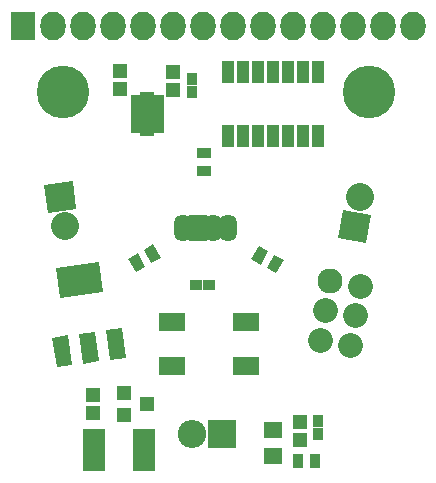
<source format=gts>
G04 #@! TF.FileFunction,Soldermask,Top*
%FSLAX46Y46*%
G04 Gerber Fmt 4.6, Leading zero omitted, Abs format (unit mm)*
G04 Created by KiCad (PCBNEW 4.0.1-stable) date 2016 March 22, Tuesday 17:13:29*
%MOMM*%
G01*
G04 APERTURE LIST*
%ADD10C,0.100000*%
%ADD11R,0.900000X1.000000*%
%ADD12R,1.150000X1.200000*%
%ADD13R,0.900000X1.300000*%
%ADD14R,1.300000X0.900000*%
%ADD15R,1.000000X0.900000*%
%ADD16R,2.127200X2.432000*%
%ADD17O,2.127200X2.432000*%
%ADD18R,1.300000X2.400000*%
%ADD19R,0.650000X1.100000*%
%ADD20R,0.900000X0.680000*%
%ADD21R,1.200100X1.200100*%
%ADD22R,1.000000X1.900000*%
%ADD23R,2.200000X1.500000*%
%ADD24O,1.517600X2.305000*%
%ADD25R,1.517600X2.305000*%
%ADD26R,1.900000X3.600000*%
%ADD27C,4.464000*%
%ADD28C,2.127200*%
%ADD29C,2.127200*%
%ADD30R,1.650000X1.400000*%
%ADD31O,2.398980X2.398980*%
%ADD32R,2.398980X2.398980*%
%ADD33C,2.398980*%
G04 APERTURE END LIST*
D10*
D11*
X152146000Y-103674000D03*
X152146000Y-102574000D03*
D12*
X133096000Y-100342000D03*
X133096000Y-101842000D03*
X150622000Y-102628000D03*
X150622000Y-104128000D03*
D13*
X150380000Y-105918000D03*
X151880000Y-105918000D03*
D14*
X142494000Y-81395000D03*
X142494000Y-79895000D03*
D10*
G36*
X146463770Y-88862917D02*
X147113770Y-87737083D01*
X147893192Y-88187083D01*
X147243192Y-89312917D01*
X146463770Y-88862917D01*
X146463770Y-88862917D01*
G37*
G36*
X147762808Y-89612917D02*
X148412808Y-88487083D01*
X149192230Y-88937083D01*
X148542230Y-90062917D01*
X147762808Y-89612917D01*
X147762808Y-89612917D01*
G37*
G36*
X138128230Y-87610083D02*
X138778230Y-88735917D01*
X137998808Y-89185917D01*
X137348808Y-88060083D01*
X138128230Y-87610083D01*
X138128230Y-87610083D01*
G37*
G36*
X136829192Y-88360083D02*
X137479192Y-89485917D01*
X136699770Y-89935917D01*
X136049770Y-88810083D01*
X136829192Y-88360083D01*
X136829192Y-88360083D01*
G37*
D11*
X141478000Y-73618000D03*
X141478000Y-74718000D03*
D15*
X141817000Y-91059000D03*
X142917000Y-91059000D03*
D16*
X127127000Y-69088000D03*
D17*
X129667000Y-69088000D03*
X132207000Y-69088000D03*
X134747000Y-69088000D03*
X137287000Y-69088000D03*
X139827000Y-69088000D03*
X142367000Y-69088000D03*
X144907000Y-69088000D03*
X147447000Y-69088000D03*
X149987000Y-69088000D03*
X152527000Y-69088000D03*
X155067000Y-69088000D03*
X157607000Y-69088000D03*
X160147000Y-69088000D03*
D18*
X137668000Y-76581000D03*
D19*
X137418000Y-77931000D03*
X137418000Y-75231000D03*
X137918000Y-77931000D03*
X137918000Y-75231000D03*
D20*
X138618000Y-75331000D03*
X138618000Y-75831000D03*
X138618000Y-76331000D03*
X138618000Y-76831000D03*
X138618000Y-77331000D03*
X138618000Y-77831000D03*
X136718000Y-75331000D03*
X136718000Y-75831000D03*
X136718000Y-76331000D03*
X136718000Y-76831000D03*
X136718000Y-77331000D03*
X136718000Y-77831000D03*
D21*
X135651240Y-100142000D03*
X135651240Y-102042000D03*
X137650220Y-101092000D03*
D12*
X139827000Y-74537000D03*
X139827000Y-73037000D03*
X135382000Y-74410000D03*
X135382000Y-72910000D03*
D22*
X152146000Y-72992000D03*
X150876000Y-72992000D03*
X149606000Y-72992000D03*
X148336000Y-72992000D03*
X147066000Y-72992000D03*
X145796000Y-72992000D03*
X144526000Y-72992000D03*
X144526000Y-78392000D03*
X145796000Y-78392000D03*
X147066000Y-78392000D03*
X148336000Y-78392000D03*
X149606000Y-78392000D03*
X150876000Y-78392000D03*
X152146000Y-78392000D03*
D23*
X139775000Y-94162000D03*
X145975000Y-94162000D03*
X145975000Y-97862000D03*
X139775000Y-97862000D03*
D24*
X140716000Y-86233000D03*
D25*
X141986000Y-86233000D03*
D24*
X143256000Y-86233000D03*
X144526000Y-86233000D03*
D26*
X133155000Y-105029000D03*
X137355000Y-105029000D03*
D27*
X156464000Y-74676000D03*
X130556000Y-74676000D03*
D28*
X153162000Y-90678000D03*
D29*
X155663412Y-91119066D02*
X155663412Y-91119066D01*
X152720934Y-93179412D02*
X152720934Y-93179412D01*
X155222345Y-93620478D02*
X155222345Y-93620478D01*
X152279867Y-95680823D02*
X152279867Y-95680823D01*
X154781279Y-96121890D02*
X154781279Y-96121890D01*
D30*
X148336000Y-105494000D03*
X148336000Y-103294000D03*
D10*
G36*
X134524234Y-97380213D02*
X134169342Y-94855029D01*
X135506204Y-94667145D01*
X135861096Y-97192329D01*
X134524234Y-97380213D01*
X134524234Y-97380213D01*
G37*
G36*
X129969000Y-98020410D02*
X129614108Y-95495226D01*
X130950970Y-95307342D01*
X131305862Y-97832526D01*
X129969000Y-98020410D01*
X129969000Y-98020410D01*
G37*
G36*
X130300604Y-92116806D02*
X129945713Y-89591622D01*
X133560192Y-89083640D01*
X133915083Y-91608824D01*
X130300604Y-92116806D01*
X130300604Y-92116806D01*
G37*
G36*
X132246617Y-97700311D02*
X131891725Y-95175127D01*
X133228587Y-94987243D01*
X133583479Y-97512427D01*
X132246617Y-97700311D01*
X132246617Y-97700311D01*
G37*
D31*
X141478000Y-103632000D03*
D32*
X144018000Y-103632000D03*
D33*
X130655500Y-86081281D02*
X130655500Y-86081281D01*
D10*
G36*
X128947247Y-82545120D02*
X131322880Y-82211247D01*
X131656753Y-84586880D01*
X129281120Y-84920753D01*
X128947247Y-82545120D01*
X128947247Y-82545120D01*
G37*
D33*
X155635066Y-83604588D02*
X155635066Y-83604588D01*
D10*
G36*
X156166978Y-87495556D02*
X153804444Y-87078978D01*
X154221022Y-84716444D01*
X156583556Y-85133022D01*
X156166978Y-87495556D01*
X156166978Y-87495556D01*
G37*
M02*

</source>
